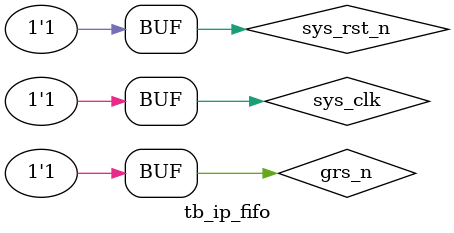
<source format=v>
`timescale 1ns / 1ps

module tb_ip_fifo;

reg  grs_n;
//GTP_GRS I_GTP_GRS(
    GTP_GRS GRS_INST(
    .GRS_N (grs_n)
    );
    
    initial begin
    grs_n = 1'b0;
    #5000 grs_n = 1'b1;
    end
    
    // Inputs
    reg sys_clk;
    reg sys_rst_n;
    
    // Instantiate the Unit Under Test (UUT)
    ip_fifo  u_ip_fifo (
        .sys_clk         (sys_clk), 
        .sys_rst_n       (sys_rst_n)
    );
    
    //Genarate the clk
    parameter PERIOD = 20;
    always begin
        sys_clk = 1'b0;
        #(PERIOD/2) sys_clk = 1'b1;
        #(PERIOD/2);
    end   
   
    initial begin
        // Initialize Inputs
        sys_rst_n = 0;
        // Wait 100 ns for global reset to finish
        #100  ;
        sys_rst_n = 1;
        // Add stimulus here
        
    end

endmodule

</source>
